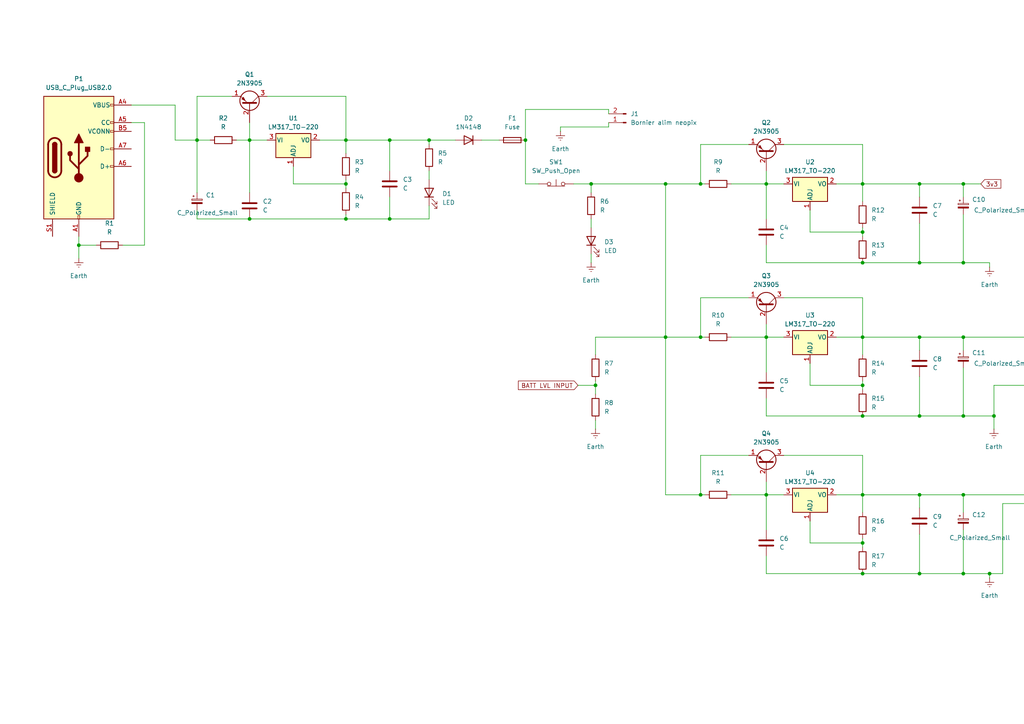
<source format=kicad_sch>
(kicad_sch (version 20231120) (generator "eeschema") (generator_version "8.0")
  (paper "A4")
  (lib_symbols
    (symbol "Connector:Conn_01x02_Pin" (pin_names (offset 1.016) hide)
      (property "Reference" "J" (at 0 2.54 0))
      (property "Value" "Conn_01x02_Pin" (at 0 -5.08 0))
      (symbol "Conn_01x02_Pin_1_1"
        (polyline (pts (xy 1.27 -2.54) (xy 0.8636 -2.54)) (stroke (width 0.1524)))
        (polyline (pts (xy 1.27 0) (xy 0.8636 0)) (stroke (width 0.1524)))
        (rectangle (start 0.8636 -2.413) (end 0 -2.667) (stroke (width 0.1524)) (fill (type outline)))
        (rectangle (start 0.8636 0.127) (end 0 -0.127) (stroke (width 0.1524)) (fill (type outline)))
        (pin passive line (at 5.08 0 180) (length 3.81) (name "Pin_1") (number "1"))
        (pin passive line (at 5.08 -2.54 180) (length 3.81) (name "Pin_2") (number "2"))
      )
    )
    (symbol "Connector:USB_C_Plug_USB2.0" (pin_names (offset 1.016))
      (property "Reference" "P" (at -10.16 19.05 0))
      (property "Value" "USB_C_Plug_USB2.0" (at 12.7 19.05 0))
      (symbol "USB_C_Plug_USB2.0_0_0"
        (rectangle (start -0.254 -17.78) (end 0.254 -16.764))
        (rectangle (start 10.16 -2.286) (end 9.144 -2.794))
        (rectangle (start 10.16 2.794) (end 9.144 2.286))
        (rectangle (start 10.16 7.874) (end 9.144 7.366))
        (rectangle (start 10.16 10.414) (end 9.144 9.906))
        (rectangle (start 10.16 15.494) (end 9.144 14.986))
      )
      (symbol "USB_C_Plug_USB2.0_0_1"
        (rectangle (start -10.16 17.78) (end 10.16 -17.78) (stroke (width 0.254)) (fill (type background)))
        (arc (start -8.89 -3.81) (mid -6.985 -5.7067) (end -5.08 -3.81) (stroke (width 0.508)))
        (arc (start -7.62 -3.81) (mid -6.985 -4.4423) (end -6.35 -3.81) (stroke (width 0.254)))
        (arc (start -7.62 -3.81) (mid -6.985 -4.4423) (end -6.35 -3.81) (stroke (width 0.254)) (fill (type outline)))
        (rectangle (start -7.62 -3.81) (end -6.35 3.81) (stroke (width 0.254)) (fill (type outline)))
        (arc (start -6.35 3.81) (mid -6.985 4.4423) (end -7.62 3.81) (stroke (width 0.254)))
        (arc (start -6.35 3.81) (mid -6.985 4.4423) (end -7.62 3.81) (stroke (width 0.254)) (fill (type outline)))
        (arc (start -5.08 3.81) (mid -6.985 5.7067) (end -8.89 3.81) (stroke (width 0.508)))
        (circle (center -2.54 1.143) (radius 0.635) (stroke (width 0.254)) (fill (type outline)))
        (circle (center 0 -5.842) (radius 1.27) (fill (type outline)))
        (polyline (pts (xy -8.89 -3.81) (xy -8.89 3.81)) (stroke (width 0.508)))
        (polyline (pts (xy -5.08 3.81) (xy -5.08 -3.81)) (stroke (width 0.508)))
        (polyline (pts (xy 0 -5.842) (xy 0 4.318)) (stroke (width 0.508)))
        (polyline (pts (xy 0 -3.302) (xy -2.54 -0.762) (xy -2.54 0.508)) (stroke (width 0.508)))
        (polyline (pts (xy 0 -2.032) (xy 2.54 0.508) (xy 2.54 1.778)) (stroke (width 0.508)))
        (polyline (pts (xy -1.27 4.318) (xy 0 6.858) (xy 1.27 4.318) (xy -1.27 4.318)) (stroke (width 0.254)) (fill (type outline)))
        (rectangle (start 1.905 1.778) (end 3.175 3.048) (stroke (width 0.254)) (fill (type outline)))
      )
      (symbol "USB_C_Plug_USB2.0_1_1"
        (pin passive line (at 0 -22.86 90) (length 5.08) (name "GND") (number "A1"))
        (pin passive line (at 0 -22.86 90) (length 5.08) hide (name "GND") (number "A12"))
        (pin passive line (at 15.24 15.24 180) (length 5.08) (name "VBUS") (number "A4"))
        (pin bidirectional line (at 15.24 10.16 180) (length 5.08) (name "CC") (number "A5"))
        (pin bidirectional line (at 15.24 -2.54 180) (length 5.08) (name "D+") (number "A6"))
        (pin bidirectional line (at 15.24 2.54 180) (length 5.08) (name "D-") (number "A7"))
        (pin passive line (at 15.24 15.24 180) (length 5.08) hide (name "VBUS") (number "A9"))
        (pin passive line (at 0 -22.86 90) (length 5.08) hide (name "GND") (number "B1"))
        (pin passive line (at 0 -22.86 90) (length 5.08) hide (name "GND") (number "B12"))
        (pin passive line (at 15.24 15.24 180) (length 5.08) hide (name "VBUS") (number "B4"))
        (pin bidirectional line (at 15.24 7.62 180) (length 5.08) (name "VCONN") (number "B5"))
        (pin passive line (at 15.24 15.24 180) (length 5.08) hide (name "VBUS") (number "B9"))
        (pin passive line (at -7.62 -22.86 90) (length 5.08) (name "SHIELD") (number "S1"))
      )
    )
    (symbol "Device:C" (pin_numbers hide) (pin_names (offset 0.254))
      (property "Reference" "C" (at 0.635 2.54 0))
      (property "Value" "C" (at 0.635 -2.54 0))
      (symbol "C_0_1"
        (polyline (pts (xy -2.032 -0.762) (xy 2.032 -0.762)) (stroke (width 0.508)))
        (polyline (pts (xy -2.032 0.762) (xy 2.032 0.762)) (stroke (width 0.508)))
      )
      (symbol "C_1_1"
        (pin passive line (at 0 3.81 270) (length 2.794) (name "~") (number "1"))
        (pin passive line (at 0 -3.81 90) (length 2.794) (name "~") (number "2"))
      )
    )
    (symbol "Device:C_Polarized_Small" (pin_numbers hide) (pin_names (offset 0.254) hide)
      (property "Reference" "C" (at 0.254 1.778 0))
      (property "Value" "C_Polarized_Small" (at 0.254 -2.032 0))
      (symbol "C_Polarized_Small_0_1"
        (rectangle (start -1.524 -0.3048) (end 1.524 -0.6858) (fill (type outline)))
        (rectangle (start -1.524 0.6858) (end 1.524 0.3048))
        (polyline (pts (xy -1.27 1.524) (xy -0.762 1.524)))
        (polyline (pts (xy -1.016 1.27) (xy -1.016 1.778)))
      )
      (symbol "C_Polarized_Small_1_1"
        (pin passive line (at 0 2.54 270) (length 1.8542) (name "~") (number "1"))
        (pin passive line (at 0 -2.54 90) (length 1.8542) (name "~") (number "2"))
      )
    )
    (symbol "Device:Fuse" (pin_numbers hide) (pin_names (offset 0))
      (property "Reference" "F" (at 2.032 0 90))
      (property "Value" "Fuse" (at -1.905 0 90))
      (symbol "Fuse_0_1"
        (rectangle (start -0.762 -2.54) (end 0.762 2.54) (stroke (width 0.254)))
        (polyline (pts (xy 0 2.54) (xy 0 -2.54)))
      )
      (symbol "Fuse_1_1"
        (pin passive line (at 0 3.81 270) (length 1.27) (name "~") (number "1"))
        (pin passive line (at 0 -3.81 90) (length 1.27) (name "~") (number "2"))
      )
    )
    (symbol "Device:LED" (pin_numbers hide) (pin_names (offset 1.016) hide)
      (property "Reference" "D" (at 0 2.54 0))
      (property "Value" "LED" (at 0 -2.54 0))
      (symbol "LED_0_1"
        (polyline (pts (xy -1.27 -1.27) (xy -1.27 1.27)) (stroke (width 0.254)))
        (polyline (pts (xy -1.27 0) (xy 1.27 0)))
        (polyline (pts (xy 1.27 -1.27) (xy 1.27 1.27) (xy -1.27 0) (xy 1.27 -1.27)) (stroke (width 0.254)))
        (polyline (pts (xy -3.048 -0.762) (xy -4.572 -2.286) (xy -3.81 -2.286) (xy -4.572 -2.286) (xy -4.572 -1.524)))
        (polyline (pts (xy -1.778 -0.762) (xy -3.302 -2.286) (xy -2.54 -2.286) (xy -3.302 -2.286) (xy -3.302 -1.524)))
      )
      (symbol "LED_1_1"
        (pin passive line (at -3.81 0 0) (length 2.54) (name "K") (number "1"))
        (pin passive line (at 3.81 0 180) (length 2.54) (name "A") (number "2"))
      )
    )
    (symbol "Device:R" (pin_numbers hide) (pin_names (offset 0))
      (property "Reference" "R" (at 2.032 0 90))
      (property "Value" "R" (at 0 0 90))
      (symbol "R_0_1"
        (rectangle (start -1.016 -2.54) (end 1.016 2.54) (stroke (width 0.254)))
      )
      (symbol "R_1_1"
        (pin passive line (at 0 3.81 270) (length 1.27) (name "~") (number "1"))
        (pin passive line (at 0 -3.81 90) (length 1.27) (name "~") (number "2"))
      )
    )
    (symbol "Diode:1N4148" (pin_numbers hide) (pin_names hide)
      (property "Reference" "D" (at 0 2.54 0))
      (property "Value" "1N4148" (at 0 -2.54 0))
      (symbol "1N4148_0_1"
        (polyline (pts (xy -1.27 1.27) (xy -1.27 -1.27)) (stroke (width 0.254)))
        (polyline (pts (xy 1.27 0) (xy -1.27 0)))
        (polyline (pts (xy 1.27 1.27) (xy 1.27 -1.27) (xy -1.27 0) (xy 1.27 1.27)) (stroke (width 0.254)))
      )
      (symbol "1N4148_1_1"
        (pin passive line (at -3.81 0 0) (length 2.54) (name "K") (number "1"))
        (pin passive line (at 3.81 0 180) (length 2.54) (name "A") (number "2"))
      )
    )
    (symbol "Regulator_Linear:LM317_TO-220" (pin_names (offset 0.254))
      (property "Reference" "U" (at -3.81 3.175 0))
      (property "Value" "LM317_TO-220" (at 0 3.175 0))
      (symbol "LM317_TO-220_0_1"
        (rectangle (start -5.08 1.905) (end 5.08 -5.08) (stroke (width 0.254)) (fill (type background)))
      )
      (symbol "LM317_TO-220_1_1"
        (pin input line (at 0 -7.62 90) (length 2.54) (name "ADJ") (number "1"))
        (pin power_out line (at 7.62 0 180) (length 2.54) (name "VO") (number "2"))
        (pin power_in line (at -7.62 0 0) (length 2.54) (name "VI") (number "3"))
      )
    )
    (symbol "Switch:SW_Push_Open" (pin_numbers hide) (pin_names (offset 1.016) hide)
      (property "Reference" "SW" (at 0 2.54 0))
      (property "Value" "SW_Push_Open" (at 0 -1.905 0))
      (symbol "SW_Push_Open_0_1"
        (circle (center -2.032 0) (radius 0.508))
        (polyline (pts (xy -2.54 -0.635) (xy 2.54 -0.635)))
        (polyline (pts (xy 0 -0.635) (xy 0 1.27)))
        (circle (center 2.032 0) (radius 0.508))
        (pin passive line (at -5.08 0 0) (length 2.54) (name "A") (number "1"))
      )
      (symbol "SW_Push_Open_1_1"
        (pin passive line (at 5.08 0 180) (length 2.54) (name "B") (number "2"))
      )
    )
    (symbol "Transistor_BJT:2N3905" (pin_names (offset 0) hide)
      (property "Reference" "Q" (at 5.08 1.905 0))
      (property "Value" "2N3905" (at 5.08 0 0))
      (symbol "2N3905_0_1"
        (polyline (pts (xy 0.635 0.635) (xy 2.54 2.54)))
        (polyline (pts (xy 0.635 -0.635) (xy 2.54 -2.54) (xy 2.54 -2.54)))
        (polyline (pts (xy 0.635 1.905) (xy 0.635 -1.905) (xy 0.635 -1.905)) (stroke (width 0.508)))
        (polyline (pts (xy 2.286 -1.778) (xy 1.778 -2.286) (xy 1.27 -1.27) (xy 2.286 -1.778) (xy 2.286 -1.778)) (fill (type outline)))
        (circle (center 1.27 0) (radius 2.8194) (stroke (width 0.254)))
      )
      (symbol "2N3905_1_1"
        (pin passive line (at 2.54 -5.08 90) (length 2.54) (name "E") (number "1"))
        (pin input line (at -5.08 0 0) (length 5.715) (name "B") (number "2"))
        (pin passive line (at 2.54 5.08 270) (length 2.54) (name "C") (number "3"))
      )
    )
    (symbol "power:Earth" (power) (pin_numbers hide) (pin_names (offset 0) hide)
      (property "Value" "Earth" (at 0 -3.81 0))
      (symbol "Earth_0_1"
        (polyline (pts (xy -0.635 -1.905) (xy 0.635 -1.905)))
        (polyline (pts (xy -0.127 -2.54) (xy 0.127 -2.54)))
        (polyline (pts (xy 0 -1.27) (xy 0 0)))
        (polyline (pts (xy 1.27 -1.27) (xy -1.27 -1.27)))
      )
      (symbol "Earth_1_1"
        (pin power_in line (at 0 0 270) (length 0) (name "~") (number "1"))
      )
    )
  )
  (junction (at 222.25 53.34))
  (junction (at 250.19 120.65))
  (junction (at 250.19 166.37))
  (junction (at 250.19 53.34))
  (junction (at 250.19 97.79))
  (junction (at 250.19 157.48))
  (junction (at 250.19 76.2))
  (junction (at 222.25 143.51))
  (junction (at 266.7 97.79))
  (junction (at 279.4 97.79))
  (junction (at 266.7 53.34))
  (junction (at 172.72 111.76))
  (junction (at 203.2 53.34))
  (junction (at 250.19 67.31))
  (junction (at 124.46 40.64))
  (junction (at 113.03 63.5))
  (junction (at 250.19 143.51))
  (junction (at 113.03 40.64))
  (junction (at 287.02 166.37))
  (junction (at 100.33 40.64))
  (junction (at 57.15 40.64))
  (junction (at 279.4 143.51))
  (junction (at 193.04 97.79))
  (junction (at 193.04 53.34))
  (junction (at 22.86 71.12))
  (junction (at 222.25 97.79))
  (junction (at 152.4 40.64))
  (junction (at 266.7 120.65))
  (junction (at 279.4 53.34))
  (junction (at 203.2 143.51))
  (junction (at 279.4 120.65))
  (junction (at 266.7 143.51))
  (junction (at 266.7 76.2))
  (junction (at 279.4 166.37))
  (junction (at 100.33 53.34))
  (junction (at 288.29 120.65))
  (junction (at 203.2 97.79))
  (junction (at 72.39 63.5))
  (junction (at 171.45 53.34))
  (junction (at 250.19 111.76))
  (junction (at 72.39 40.64))
  (junction (at 266.7 166.37))
  (junction (at 100.33 63.5))
  (junction (at 279.4 76.2))
  (wire (pts (xy 234.95 105.41) (xy 234.95 111.76)))
  (wire (pts (xy 279.4 106.68) (xy 279.4 120.65)))
  (wire (pts (xy 266.7 143.51) (xy 250.19 143.51)))
  (wire (pts (xy 222.25 53.34) (xy 227.33 53.34)))
  (wire (pts (xy 234.95 60.96) (xy 234.95 67.31)))
  (wire (pts (xy 72.39 63.5) (xy 100.33 63.5)))
  (wire (pts (xy 250.19 86.36) (xy 250.19 97.79)))
  (wire (pts (xy 203.2 53.34) (xy 204.47 53.34)))
  (wire (pts (xy 266.7 147.32) (xy 266.7 143.51)))
  (wire (pts (xy 290.83 146.05) (xy 297.18 146.05)))
  (wire (pts (xy 222.25 166.37) (xy 222.25 161.29)))
  (wire (pts (xy 57.15 40.64) (xy 60.96 40.64)))
  (wire (pts (xy 250.19 66.04) (xy 250.19 67.31)))
  (wire (pts (xy 250.19 110.49) (xy 250.19 111.76)))
  (wire (pts (xy 266.7 101.6) (xy 266.7 97.79)))
  (wire (pts (xy 72.39 40.64) (xy 77.47 40.64)))
  (wire (pts (xy 193.04 53.34) (xy 193.04 97.79)))
  (wire (pts (xy 266.7 97.79) (xy 250.19 97.79)))
  (wire (pts (xy 203.2 41.91) (xy 203.2 53.34)))
  (wire (pts (xy 167.64 111.76) (xy 172.72 111.76)))
  (wire (pts (xy 266.7 154.94) (xy 266.7 166.37)))
  (wire (pts (xy 57.15 63.5) (xy 72.39 63.5)))
  (wire (pts (xy 284.48 53.34) (xy 279.4 53.34)))
  (wire (pts (xy 171.45 53.34) (xy 171.45 55.88)))
  (wire (pts (xy 124.46 59.69) (xy 124.46 63.5)))
  (wire (pts (xy 279.4 101.6) (xy 279.4 97.79)))
  (wire (pts (xy 266.7 53.34) (xy 250.19 53.34)))
  (wire (pts (xy 152.4 53.34) (xy 152.4 40.64)))
  (wire (pts (xy 242.57 53.34) (xy 250.19 53.34)))
  (wire (pts (xy 234.95 157.48) (xy 250.19 157.48)))
  (wire (pts (xy 279.4 143.51) (xy 279.4 148.59)))
  (wire (pts (xy 288.29 124.46) (xy 288.29 120.65)))
  (wire (pts (xy 222.25 53.34) (xy 222.25 63.5)))
  (wire (pts (xy 300.99 109.22) (xy 300.99 97.79)))
  (wire (pts (xy 203.2 97.79) (xy 204.47 97.79)))
  (wire (pts (xy 171.45 63.5) (xy 171.45 66.04)))
  (wire (pts (xy 279.4 120.65) (xy 266.7 120.65)))
  (wire (pts (xy 250.19 132.08) (xy 250.19 143.51)))
  (wire (pts (xy 85.09 48.26) (xy 85.09 53.34)))
  (wire (pts (xy 266.7 166.37) (xy 250.19 166.37)))
  (wire (pts (xy 68.58 40.64) (xy 72.39 40.64)))
  (wire (pts (xy 124.46 40.64) (xy 132.08 40.64)))
  (wire (pts (xy 72.39 55.88) (xy 72.39 40.64)))
  (wire (pts (xy 279.4 143.51) (xy 297.18 143.51)))
  (wire (pts (xy 222.25 143.51) (xy 227.33 143.51)))
  (wire (pts (xy 222.25 49.53) (xy 222.25 53.34)))
  (wire (pts (xy 203.2 41.91) (xy 217.17 41.91)))
  (wire (pts (xy 288.29 120.65) (xy 279.4 120.65)))
  (wire (pts (xy 172.72 97.79) (xy 193.04 97.79)))
  (wire (pts (xy 242.57 97.79) (xy 250.19 97.79)))
  (wire (pts (xy 203.2 143.51) (xy 204.47 143.51)))
  (wire (pts (xy 100.33 52.07) (xy 100.33 53.34)))
  (wire (pts (xy 193.04 97.79) (xy 203.2 97.79)))
  (wire (pts (xy 100.33 53.34) (xy 100.33 54.61)))
  (wire (pts (xy 156.21 53.34) (xy 152.4 53.34)))
  (wire (pts (xy 113.03 49.53) (xy 113.03 40.64)))
  (wire (pts (xy 38.1 30.48) (xy 50.8 30.48)))
  (wire (pts (xy 227.33 41.91) (xy 250.19 41.91)))
  (wire (pts (xy 176.53 36.83) (xy 176.53 35.56)))
  (wire (pts (xy 250.19 111.76) (xy 250.19 113.03)))
  (wire (pts (xy 113.03 57.15) (xy 113.03 63.5)))
  (wire (pts (xy 50.8 40.64) (xy 57.15 40.64)))
  (wire (pts (xy 41.91 71.12) (xy 35.56 71.12)))
  (wire (pts (xy 162.56 36.83) (xy 176.53 36.83)))
  (wire (pts (xy 266.7 143.51) (xy 279.4 143.51)))
  (wire (pts (xy 100.33 27.94) (xy 100.33 40.64)))
  (wire (pts (xy 172.72 121.92) (xy 172.72 124.46)))
  (wire (pts (xy 41.91 35.56) (xy 41.91 71.12)))
  (wire (pts (xy 171.45 53.34) (xy 193.04 53.34)))
  (wire (pts (xy 172.72 102.87) (xy 172.72 97.79)))
  (wire (pts (xy 266.7 120.65) (xy 250.19 120.65)))
  (wire (pts (xy 290.83 166.37) (xy 287.02 166.37)))
  (wire (pts (xy 242.57 143.51) (xy 250.19 143.51)))
  (wire (pts (xy 22.86 71.12) (xy 27.94 71.12)))
  (wire (pts (xy 222.25 139.7) (xy 222.25 143.51)))
  (wire (pts (xy 222.25 97.79) (xy 222.25 107.95)))
  (wire (pts (xy 77.47 27.94) (xy 100.33 27.94)))
  (wire (pts (xy 124.46 41.91) (xy 124.46 40.64)))
  (wire (pts (xy 234.95 111.76) (xy 250.19 111.76)))
  (wire (pts (xy 287.02 76.2) (xy 279.4 76.2)))
  (wire (pts (xy 162.56 36.83) (xy 162.56 38.1)))
  (wire (pts (xy 279.4 76.2) (xy 266.7 76.2)))
  (wire (pts (xy 100.33 62.23) (xy 100.33 63.5)))
  (wire (pts (xy 250.19 76.2) (xy 222.25 76.2)))
  (wire (pts (xy 250.19 143.51) (xy 250.19 148.59)))
  (wire (pts (xy 171.45 73.66) (xy 171.45 76.2)))
  (wire (pts (xy 250.19 53.34) (xy 250.19 58.42)))
  (wire (pts (xy 250.19 156.21) (xy 250.19 157.48)))
  (wire (pts (xy 38.1 35.56) (xy 41.91 35.56)))
  (wire (pts (xy 266.7 109.22) (xy 266.7 120.65)))
  (wire (pts (xy 72.39 35.56) (xy 72.39 40.64)))
  (wire (pts (xy 288.29 111.76) (xy 288.29 120.65)))
  (wire (pts (xy 287.02 167.64) (xy 287.02 166.37)))
  (wire (pts (xy 227.33 86.36) (xy 250.19 86.36)))
  (wire (pts (xy 85.09 53.34) (xy 100.33 53.34)))
  (wire (pts (xy 22.86 68.58) (xy 22.86 71.12)))
  (wire (pts (xy 57.15 40.64) (xy 57.15 55.88)))
  (wire (pts (xy 222.25 76.2) (xy 222.25 71.12)))
  (wire (pts (xy 300.99 111.76) (xy 288.29 111.76)))
  (wire (pts (xy 250.19 67.31) (xy 250.19 68.58)))
  (wire (pts (xy 279.4 53.34) (xy 279.4 57.15)))
  (wire (pts (xy 287.02 77.47) (xy 287.02 76.2)))
  (wire (pts (xy 222.25 97.79) (xy 212.09 97.79)))
  (wire (pts (xy 250.19 120.65) (xy 222.25 120.65)))
  (wire (pts (xy 203.2 132.08) (xy 203.2 143.51)))
  (wire (pts (xy 222.25 143.51) (xy 222.25 153.67)))
  (wire (pts (xy 222.25 97.79) (xy 227.33 97.79)))
  (wire (pts (xy 22.86 71.12) (xy 22.86 74.93)))
  (wire (pts (xy 152.4 40.64) (xy 152.4 31.75)))
  (wire (pts (xy 152.4 31.75) (xy 176.53 31.75)))
  (wire (pts (xy 50.8 30.48) (xy 50.8 40.64)))
  (wire (pts (xy 287.02 166.37) (xy 279.4 166.37)))
  (wire (pts (xy 234.95 151.13) (xy 234.95 157.48)))
  (wire (pts (xy 250.19 157.48) (xy 250.19 158.75)))
  (wire (pts (xy 57.15 27.94) (xy 57.15 40.64)))
  (wire (pts (xy 124.46 63.5) (xy 113.03 63.5)))
  (wire (pts (xy 67.31 27.94) (xy 57.15 27.94)))
  (wire (pts (xy 234.95 67.31) (xy 250.19 67.31)))
  (wire (pts (xy 222.25 53.34) (xy 212.09 53.34)))
  (wire (pts (xy 279.4 53.34) (xy 266.7 53.34)))
  (wire (pts (xy 300.99 97.79) (xy 279.4 97.79)))
  (wire (pts (xy 203.2 86.36) (xy 203.2 97.79)))
  (wire (pts (xy 100.33 40.64) (xy 113.03 40.64)))
  (wire (pts (xy 250.19 41.91) (xy 250.19 53.34)))
  (wire (pts (xy 100.33 63.5) (xy 113.03 63.5)))
  (wire (pts (xy 124.46 40.64) (xy 113.03 40.64)))
  (wire (pts (xy 227.33 132.08) (xy 250.19 132.08)))
  (wire (pts (xy 139.7 40.64) (xy 144.78 40.64)))
  (wire (pts (xy 193.04 97.79) (xy 193.04 143.51)))
  (wire (pts (xy 250.19 166.37) (xy 222.25 166.37)))
  (wire (pts (xy 222.25 93.98) (xy 222.25 97.79)))
  (wire (pts (xy 250.19 97.79) (xy 250.19 102.87)))
  (wire (pts (xy 279.4 153.67) (xy 279.4 166.37)))
  (wire (pts (xy 193.04 143.51) (xy 203.2 143.51)))
  (wire (pts (xy 193.04 53.34) (xy 203.2 53.34)))
  (wire (pts (xy 222.25 143.51) (xy 212.09 143.51)))
  (wire (pts (xy 266.7 76.2) (xy 250.19 76.2)))
  (wire (pts (xy 203.2 132.08) (xy 217.17 132.08)))
  (wire (pts (xy 124.46 49.53) (xy 124.46 52.07)))
  (wire (pts (xy 166.37 53.34) (xy 171.45 53.34)))
  (wire (pts (xy 279.4 166.37) (xy 266.7 166.37)))
  (wire (pts (xy 92.71 40.64) (xy 100.33 40.64)))
  (wire (pts (xy 172.72 111.76) (xy 172.72 114.3)))
  (wire (pts (xy 222.25 120.65) (xy 222.25 115.57)))
  (wire (pts (xy 279.4 62.23) (xy 279.4 76.2)))
  (wire (pts (xy 176.53 31.75) (xy 176.53 33.02)))
  (wire (pts (xy 100.33 40.64) (xy 100.33 44.45)))
  (wire (pts (xy 203.2 86.36) (xy 217.17 86.36)))
  (wire (pts (xy 290.83 146.05) (xy 290.83 166.37)))
  (wire (pts (xy 172.72 110.49) (xy 172.72 111.76)))
  (wire (pts (xy 266.7 64.77) (xy 266.7 76.2)))
  (wire (pts (xy 57.15 60.96) (xy 57.15 63.5)))
  (wire (pts (xy 279.4 97.79) (xy 266.7 97.79)))
  (wire (pts (xy 266.7 57.15) (xy 266.7 53.34)))
  (global_label "BATT LVL INPUT" (shape input) (at 167.64 111.76 180) (property "Intersheetrefs" "${INTERSHEET_REFS}" (effects (hide yes))))
  (global_label "3v3" (shape input) (at 284.48 53.34 0) (property "Intersheetrefs" "${INTERSHEET_REFS}" (effects (hide yes))))
  (symbol (lib_id "Device:C") (at 72.39 59.69 0) (unit 1)
    (property "Reference" "C2" (at 76.2 58.4199 0) (effects (justify left)))
    (property "Value" "C" (at 76.2 60.9599 0) (effects (justify left)))
    (property "Footprint" "Capacitor_THT:CP_Radial_D8.0mm_P3.80mm" (effects (hide yes)))
    (property "Description" "Unpolarized capacitor" (effects (hide yes)))
  )
  (symbol (lib_id "Device:R") (at 250.19 62.23 180) (unit 1)
    (property "Reference" "R12" (at 252.73 60.9599 0) (effects (justify right)))
    (property "Value" "R" (at 252.73 63.4999 0) (effects (justify right)))
    (property "Footprint" "Resistor_THT:R_Axial_DIN0204_L3.6mm_D1.6mm_P7.62mm_Horizontal" (effects (hide yes)))
    (property "Description" "Resistor" (effects (hide yes)))
  )
  (symbol (lib_id "Transistor_BJT:2N3905") (at 222.25 44.45 270) (mirror x) (unit 1)
    (property "Reference" "Q2" (at 222.25 35.56 90))
    (property "Value" "2N3905" (at 222.25 38.1 90))
    (property "Footprint" "Package_TO_SOT_THT:TO-3P-3_Vertical" (effects (hide yes)))
    (property "Datasheet" "https://www.nteinc.com/specs/original/2N3905_06.pdf" (effects (hide yes)))
    (property "Description" "-0.2A Ic, -40V Vce, Small Signal PNP Transistor, TO-92" (effects (hide yes)))
  )
  (symbol (lib_id "power:Earth") (at 287.02 77.47 0) (unit 1)
    (property "Reference" "#PWR05" (effects (hide yes)))
    (property "Value" "Earth" (at 287.02 82.55 0))
    (property "Description" "Power symbol creates a global label with name \"Earth\"" (effects (hide yes)))
  )
  (symbol (lib_id "Device:C") (at 113.03 53.34 0) (unit 1)
    (property "Reference" "C3" (at 116.84 52.0699 0) (effects (justify left)))
    (property "Value" "C" (at 116.84 54.6099 0) (effects (justify left)))
    (property "Footprint" "Capacitor_THT:CP_Radial_D8.0mm_P3.80mm" (effects (hide yes)))
    (property "Description" "Unpolarized capacitor" (effects (hide yes)))
  )
  (symbol (lib_id "Device:R") (at 208.28 143.51 270) (unit 1)
    (property "Reference" "R11" (at 208.28 137.16 90))
    (property "Value" "R" (at 208.28 139.7 90))
    (property "Footprint" "Resistor_THT:R_Axial_DIN0204_L3.6mm_D1.6mm_P7.62mm_Horizontal" (effects (hide yes)))
    (property "Description" "Resistor" (effects (hide yes)))
  )
  (symbol (lib_id "Device:R") (at 250.19 106.68 180) (unit 1)
    (property "Reference" "R14" (at 252.73 105.4099 0) (effects (justify right)))
    (property "Value" "R" (at 252.73 107.9499 0) (effects (justify right)))
    (property "Footprint" "Resistor_THT:R_Axial_DIN0204_L3.6mm_D1.6mm_P7.62mm_Horizontal" (effects (hide yes)))
    (property "Description" "Resistor" (effects (hide yes)))
  )
  (symbol (lib_id "Connector:Conn_01x02_Pin") (at 306.07 111.76 180) (unit 1)
    (property "Reference" "J3" (at 307.34 109.2199 0) (effects (justify right)))
    (property "Value" "Bornier alim neopix" (at 307.34 111.7599 0) (effects (justify right)))
    (property "Footprint" "Connector:JWT_A3963_1x02_P3.96mm_Vertical" (effects (hide yes)))
    (property "Description" "Generic connector, single row, 01x02, script generated" (effects (hide yes)))
  )
  (symbol (lib_id "Device:C") (at 266.7 105.41 0) (unit 1)
    (property "Reference" "C8" (at 270.51 104.1399 0) (effects (justify left)))
    (property "Value" "C" (at 270.51 106.6799 0) (effects (justify left)))
    (property "Footprint" "Capacitor_THT:CP_Radial_D8.0mm_P3.80mm" (effects (hide yes)))
    (property "Description" "Unpolarized capacitor" (effects (hide yes)))
  )
  (symbol (lib_id "Regulator_Linear:LM317_TO-220") (at 234.95 53.34 0) (unit 1)
    (property "Reference" "U2" (at 234.95 46.99 0))
    (property "Value" "LM317_TO-220" (at 234.95 49.53 0))
    (property "Footprint" "Package_TO_SOT_THT:TO-3P-3_Vertical" (effects (hide yes)))
    (property "Datasheet" "http://www.ti.com/lit/ds/symlink/lm317.pdf" (effects (hide yes)))
    (property "Description" "1.5A 35V Adjustable Linear Regulator, TO-220" (effects (hide yes)))
  )
  (symbol (lib_id "Device:R") (at 250.19 116.84 180) (unit 1)
    (property "Reference" "R15" (at 252.73 115.5699 0) (effects (justify right)))
    (property "Value" "R" (at 252.73 118.1099 0) (effects (justify right)))
    (property "Footprint" "Resistor_THT:R_Axial_DIN0204_L3.6mm_D1.6mm_P7.62mm_Horizontal" (effects (hide yes)))
    (property "Description" "Resistor" (effects (hide yes)))
  )
  (symbol (lib_id "Device:R") (at 31.75 71.12 90) (unit 1)
    (property "Reference" "R1" (at 31.75 64.77 90))
    (property "Value" "R" (at 31.75 67.31 90))
    (property "Footprint" "Resistor_THT:R_Axial_DIN0204_L3.6mm_D1.6mm_P7.62mm_Horizontal" (effects (hide yes)))
    (property "Description" "Resistor" (effects (hide yes)))
  )
  (symbol (lib_id "Connector:Conn_01x02_Pin") (at 302.26 146.05 180) (unit 1)
    (property "Reference" "J2" (at 303.53 143.5099 0) (effects (justify right)))
    (property "Value" "Bornier Alim Ampli" (at 303.53 146.0499 0) (effects (justify right)))
    (property "Footprint" "Connector:JWT_A3963_1x02_P3.96mm_Vertical" (effects (hide yes)))
    (property "Description" "Generic connector, single row, 01x02, script generated" (effects (hide yes)))
  )
  (symbol (lib_id "power:Earth") (at 22.86 74.93 0) (unit 1)
    (property "Reference" "#PWR01" (effects (hide yes)))
    (property "Value" "Earth" (at 22.86 80.01 0))
    (property "Description" "Power symbol creates a global label with name \"Earth\"" (effects (hide yes)))
  )
  (symbol (lib_id "Device:R") (at 124.46 45.72 180) (unit 1)
    (property "Reference" "R5" (at 127 44.4499 0) (effects (justify right)))
    (property "Value" "R" (at 127 46.9899 0) (effects (justify right)))
    (property "Footprint" "Resistor_THT:R_Axial_DIN0204_L3.6mm_D1.6mm_P7.62mm_Horizontal" (effects (hide yes)))
    (property "Description" "Resistor" (effects (hide yes)))
  )
  (symbol (lib_id "Device:R") (at 250.19 152.4 180) (unit 1)
    (property "Reference" "R16" (at 252.73 151.1299 0) (effects (justify right)))
    (property "Value" "R" (at 252.73 153.6699 0) (effects (justify right)))
    (property "Footprint" "Resistor_THT:R_Axial_DIN0204_L3.6mm_D1.6mm_P7.62mm_Horizontal" (effects (hide yes)))
    (property "Description" "Resistor" (effects (hide yes)))
  )
  (symbol (lib_id "Device:R") (at 250.19 162.56 180) (unit 1)
    (property "Reference" "R17" (at 252.73 161.2899 0) (effects (justify right)))
    (property "Value" "R" (at 252.73 163.8299 0) (effects (justify right)))
    (property "Footprint" "Resistor_THT:R_Axial_DIN0204_L3.6mm_D1.6mm_P7.62mm_Horizontal" (effects (hide yes)))
    (property "Description" "Resistor" (effects (hide yes)))
  )
  (symbol (lib_id "Device:R") (at 100.33 58.42 180) (unit 1)
    (property "Reference" "R4" (at 102.87 57.1499 0) (effects (justify right)))
    (property "Value" "R" (at 102.87 59.6899 0) (effects (justify right)))
    (property "Footprint" "Resistor_THT:R_Axial_DIN0204_L3.6mm_D1.6mm_P7.62mm_Horizontal" (effects (hide yes)))
    (property "Description" "Resistor" (effects (hide yes)))
  )
  (symbol (lib_id "Device:R") (at 172.72 106.68 0) (unit 1)
    (property "Reference" "R7" (at 175.26 105.4099 0) (effects (justify left)))
    (property "Value" "R" (at 175.26 107.9499 0) (effects (justify left)))
    (property "Footprint" "Resistor_THT:R_Axial_DIN0204_L3.6mm_D1.6mm_P7.62mm_Horizontal" (effects (hide yes)))
    (property "Description" "Resistor" (effects (hide yes)))
  )
  (symbol (lib_id "Device:R") (at 208.28 97.79 270) (unit 1)
    (property "Reference" "R10" (at 208.28 91.44 90))
    (property "Value" "R" (at 208.28 93.98 90))
    (property "Footprint" "Resistor_THT:R_Axial_DIN0204_L3.6mm_D1.6mm_P7.62mm_Horizontal" (effects (hide yes)))
    (property "Description" "Resistor" (effects (hide yes)))
  )
  (symbol (lib_id "power:Earth") (at 288.29 124.46 0) (unit 1)
    (property "Reference" "#PWR07" (effects (hide yes)))
    (property "Value" "Earth" (at 288.29 129.54 0))
    (property "Description" "Power symbol creates a global label with name \"Earth\"" (effects (hide yes)))
  )
  (symbol (lib_id "Device:R") (at 100.33 48.26 180) (unit 1)
    (property "Reference" "R3" (at 102.87 46.9899 0) (effects (justify right)))
    (property "Value" "R" (at 102.87 49.5299 0) (effects (justify right)))
    (property "Footprint" "Resistor_THT:R_Axial_DIN0204_L3.6mm_D1.6mm_P7.62mm_Horizontal" (effects (hide yes)))
    (property "Description" "Resistor" (effects (hide yes)))
  )
  (symbol (lib_id "Regulator_Linear:LM317_TO-220") (at 234.95 97.79 0) (unit 1)
    (property "Reference" "U3" (at 234.95 91.44 0))
    (property "Value" "LM317_TO-220" (at 234.95 93.98 0))
    (property "Footprint" "Package_TO_SOT_THT:TO-3P-3_Vertical" (effects (hide yes)))
    (property "Datasheet" "http://www.ti.com/lit/ds/symlink/lm317.pdf" (effects (hide yes)))
    (property "Description" "1.5A 35V Adjustable Linear Regulator, TO-220" (effects (hide yes)))
  )
  (symbol (lib_id "Device:Fuse") (at 148.59 40.64 90) (unit 1)
    (property "Reference" "F1" (at 148.59 34.29 90))
    (property "Value" "Fuse" (at 148.59 36.83 90))
    (property "Description" "Fuse" (effects (hide yes)))
  )
  (symbol (lib_id "Device:C") (at 266.7 60.96 0) (unit 1)
    (property "Reference" "C7" (at 270.51 59.6899 0) (effects (justify left)))
    (property "Value" "C" (at 270.51 62.2299 0) (effects (justify left)))
    (property "Footprint" "Capacitor_THT:CP_Radial_D8.0mm_P3.80mm" (effects (hide yes)))
    (property "Description" "Unpolarized capacitor" (effects (hide yes)))
  )
  (symbol (lib_id "power:Earth") (at 162.56 38.1 0) (unit 1)
    (property "Reference" "#PWR02" (effects (hide yes)))
    (property "Value" "Earth" (at 162.56 43.18 0))
    (property "Description" "Power symbol creates a global label with name \"Earth\"" (effects (hide yes)))
  )
  (symbol (lib_id "Device:R") (at 171.45 59.69 180) (unit 1)
    (property "Reference" "R6" (at 173.99 58.4199 0) (effects (justify right)))
    (property "Value" "R" (at 173.99 60.9599 0) (effects (justify right)))
    (property "Footprint" "Resistor_THT:R_Axial_DIN0204_L3.6mm_D1.6mm_P7.62mm_Horizontal" (effects (hide yes)))
    (property "Description" "Resistor" (effects (hide yes)))
  )
  (symbol (lib_id "Connector:Conn_01x02_Pin") (at 181.61 35.56 180) (unit 1)
    (property "Reference" "J1" (at 182.88 33.0199 0) (effects (justify right)))
    (property "Value" "Bornier alim neopix" (at 182.88 35.5599 0) (effects (justify right)))
    (property "Footprint" "Connector:JWT_A3963_1x02_P3.96mm_Vertical" (effects (hide yes)))
    (property "Description" "Generic connector, single row, 01x02, script generated" (effects (hide yes)))
  )
  (symbol (lib_id "Transistor_BJT:2N3905") (at 222.25 88.9 270) (mirror x) (unit 1)
    (property "Reference" "Q3" (at 222.25 80.01 90))
    (property "Value" "2N3905" (at 222.25 82.55 90))
    (property "Footprint" "Package_TO_SOT_THT:TO-3P-3_Vertical" (effects (hide yes)))
    (property "Datasheet" "https://www.nteinc.com/specs/original/2N3905_06.pdf" (effects (hide yes)))
    (property "Description" "-0.2A Ic, -40V Vce, Small Signal PNP Transistor, TO-92" (effects (hide yes)))
  )
  (symbol (lib_id "Device:C") (at 222.25 157.48 0) (unit 1)
    (property "Reference" "C6" (at 226.06 156.2099 0) (effects (justify left)))
    (property "Value" "C" (at 226.06 158.7499 0) (effects (justify left)))
    (property "Footprint" "Capacitor_THT:CP_Radial_D8.0mm_P3.80mm" (effects (hide yes)))
    (property "Description" "Unpolarized capacitor" (effects (hide yes)))
  )
  (symbol (lib_id "Device:C_Polarized_Small") (at 279.4 59.69 0) (unit 1)
    (property "Reference" "C10" (at 281.94 57.8738 0) (effects (justify left)))
    (property "Value" "C_Polarized_Small" (at 282.448 60.96 0) (effects (justify left)))
    (property "Footprint" "Capacitor_SMD:CP_Elec_5x5.4" (effects (hide yes)))
    (property "Description" "Polarized capacitor, small symbol" (effects (hide yes)))
  )
  (symbol (lib_id "Regulator_Linear:LM317_TO-220") (at 234.95 143.51 0) (unit 1)
    (property "Reference" "U4" (at 234.95 137.16 0))
    (property "Value" "LM317_TO-220" (at 234.95 139.7 0))
    (property "Footprint" "Package_TO_SOT_THT:TO-3P-3_Vertical" (effects (hide yes)))
    (property "Datasheet" "http://www.ti.com/lit/ds/symlink/lm317.pdf" (effects (hide yes)))
    (property "Description" "1.5A 35V Adjustable Linear Regulator, TO-220" (effects (hide yes)))
  )
  (symbol (lib_id "Device:R") (at 172.72 118.11 0) (unit 1)
    (property "Reference" "R8" (at 175.26 116.8399 0) (effects (justify left)))
    (property "Value" "R" (at 175.26 119.3799 0) (effects (justify left)))
    (property "Footprint" "Resistor_THT:R_Axial_DIN0204_L3.6mm_D1.6mm_P7.62mm_Horizontal" (effects (hide yes)))
    (property "Description" "Resistor" (effects (hide yes)))
  )
  (symbol (lib_id "Device:C_Polarized_Small") (at 279.4 104.14 0) (unit 1)
    (property "Reference" "C11" (at 281.94 102.3238 0) (effects (justify left)))
    (property "Value" "C_Polarized_Small" (at 282.448 105.41 0) (effects (justify left)))
    (property "Footprint" "Capacitor_SMD:CP_Elec_5x5.4" (effects (hide yes)))
    (property "Description" "Polarized capacitor, small symbol" (effects (hide yes)))
  )
  (symbol (lib_id "Device:LED") (at 124.46 55.88 90) (unit 1)
    (property "Reference" "D1" (at 128.27 56.1974 90) (effects (justify right)))
    (property "Value" "LED" (at 128.27 58.7374 90) (effects (justify right)))
    (property "Footprint" "LED_THT:LED_D3.0mm" (effects (hide yes)))
    (property "Description" "Light emitting diode" (effects (hide yes)))
  )
  (symbol (lib_id "Device:C") (at 222.25 111.76 0) (unit 1)
    (property "Reference" "C5" (at 226.06 110.4899 0) (effects (justify left)))
    (property "Value" "C" (at 226.06 113.0299 0) (effects (justify left)))
    (property "Footprint" "Capacitor_THT:CP_Radial_D8.0mm_P3.80mm" (effects (hide yes)))
    (property "Description" "Unpolarized capacitor" (effects (hide yes)))
  )
  (symbol (lib_id "Switch:SW_Push_Open") (at 161.29 53.34 0) (unit 1)
    (property "Reference" "SW1" (at 161.29 46.99 0))
    (property "Value" "SW_Push_Open" (at 161.29 49.53 0))
    (property "Footprint" "Connector_USB:USB_C_Plug_JAE_DX07P024AJ1" (effects (hide yes)))
    (property "Description" "Push button switch, push-to-open, generic, two pins" (effects (hide yes)))
  )
  (symbol (lib_id "Diode:1N4148") (at 135.89 40.64 180) (unit 1)
    (property "Reference" "D2" (at 135.89 34.29 0))
    (property "Value" "1N4148" (at 135.89 36.83 0))
    (property "Footprint" "Diode_THT:D_DO-35_SOD27_P7.62mm_Horizontal" (effects (hide yes)))
    (property "Datasheet" "https://assets.nexperia.com/documents/data-sheet/1N4148_1N4448.pdf" (effects (hide yes)))
    (property "Description" "100V 0.15A standard switching diode, DO-35" (effects (hide yes)))
    (property "Sim.Device" "D" (effects (hide yes)))
    (property "Sim.Pins" "1=K 2=A" (effects (hide yes)))
  )
  (symbol (lib_id "power:Earth") (at 172.72 124.46 0) (unit 1)
    (property "Reference" "#PWR04" (effects (hide yes)))
    (property "Value" "Earth" (at 172.72 129.54 0))
    (property "Description" "Power symbol creates a global label with name \"Earth\"" (effects (hide yes)))
  )
  (symbol (lib_id "Device:R") (at 250.19 72.39 180) (unit 1)
    (property "Reference" "R13" (at 252.73 71.1199 0) (effects (justify right)))
    (property "Value" "R" (at 252.73 73.6599 0) (effects (justify right)))
    (property "Footprint" "Resistor_THT:R_Axial_DIN0204_L3.6mm_D1.6mm_P7.62mm_Horizontal" (effects (hide yes)))
    (property "Description" "Resistor" (effects (hide yes)))
  )
  (symbol (lib_id "Device:C") (at 222.25 67.31 0) (unit 1)
    (property "Reference" "C4" (at 226.06 66.0399 0) (effects (justify left)))
    (property "Value" "C" (at 226.06 68.5799 0) (effects (justify left)))
    (property "Footprint" "Capacitor_THT:CP_Radial_D8.0mm_P3.80mm" (effects (hide yes)))
    (property "Description" "Unpolarized capacitor" (effects (hide yes)))
  )
  (symbol (lib_id "power:Earth") (at 287.02 167.64 0) (unit 1)
    (property "Reference" "#PWR06" (effects (hide yes)))
    (property "Value" "Earth" (at 287.02 172.72 0))
    (property "Description" "Power symbol creates a global label with name \"Earth\"" (effects (hide yes)))
  )
  (symbol (lib_id "Transistor_BJT:2N3905") (at 72.39 30.48 270) (mirror x) (unit 1)
    (property "Reference" "Q1" (at 72.39 21.59 90))
    (property "Value" "2N3905" (at 72.39 24.13 90))
    (property "Footprint" "Package_TO_SOT_THT:TO-3P-3_Vertical" (effects (hide yes)))
    (property "Datasheet" "https://www.nteinc.com/specs/original/2N3905_06.pdf" (effects (hide yes)))
    (property "Description" "-0.2A Ic, -40V Vce, Small Signal PNP Transistor, TO-92" (effects (hide yes)))
  )
  (symbol (lib_id "Device:R") (at 208.28 53.34 270) (unit 1)
    (property "Reference" "R9" (at 208.28 46.99 90))
    (property "Value" "R" (at 208.28 49.53 90))
    (property "Footprint" "Resistor_THT:R_Axial_DIN0204_L3.6mm_D1.6mm_P7.62mm_Horizontal" (effects (hide yes)))
    (property "Description" "Resistor" (effects (hide yes)))
  )
  (symbol (lib_id "Device:C_Polarized_Small") (at 279.4 151.13 0) (unit 1)
    (property "Reference" "C12" (at 281.94 149.3138 0) (effects (justify left)))
    (property "Value" "C_Polarized_Small" (at 275.336 155.956 0) (effects (justify left)))
    (property "Footprint" "Capacitor_SMD:CP_Elec_5x5.4" (effects (hide yes)))
    (property "Description" "Polarized capacitor, small symbol" (effects (hide yes)))
  )
  (symbol (lib_id "Device:C_Polarized_Small") (at 57.15 58.42 0) (unit 1)
    (property "Reference" "C1" (at 59.69 56.6038 0) (effects (justify left)))
    (property "Value" "C_Polarized_Small" (at 51.308 61.722 0) (effects (justify left)))
    (property "Footprint" "Capacitor_SMD:CP_Elec_5x5.4" (effects (hide yes)))
    (property "Description" "Polarized capacitor, small symbol" (effects (hide yes)))
  )
  (symbol (lib_id "Device:LED") (at 171.45 69.85 90) (unit 1)
    (property "Reference" "D3" (at 175.26 70.1674 90) (effects (justify right)))
    (property "Value" "LED" (at 175.26 72.7074 90) (effects (justify right)))
    (property "Footprint" "LED_THT:LED_D3.0mm" (effects (hide yes)))
    (property "Description" "Light emitting diode" (effects (hide yes)))
  )
  (symbol (lib_id "Transistor_BJT:2N3905") (at 222.25 134.62 270) (mirror x) (unit 1)
    (property "Reference" "Q4" (at 222.25 125.73 90))
    (property "Value" "2N3905" (at 222.25 128.27 90))
    (property "Footprint" "Package_TO_SOT_THT:TO-3P-3_Vertical" (effects (hide yes)))
    (property "Datasheet" "https://www.nteinc.com/specs/original/2N3905_06.pdf" (effects (hide yes)))
    (property "Description" "-0.2A Ic, -40V Vce, Small Signal PNP Transistor, TO-92" (effects (hide yes)))
  )
  (symbol (lib_id "power:Earth") (at 171.45 76.2 0) (unit 1)
    (property "Reference" "#PWR03" (effects (hide yes)))
    (property "Value" "Earth" (at 171.45 81.28 0))
    (property "Description" "Power symbol creates a global label with name \"Earth\"" (effects (hide yes)))
  )
  (symbol (lib_id "Connector:USB_C_Plug_USB2.0") (at 22.86 45.72 0) (unit 1)
    (property "Reference" "P1" (at 22.86 22.86 0))
    (property "Value" "USB_C_Plug_USB2.0" (at 22.86 25.4 0))
    (property "Datasheet" "https://www.usb.org/sites/default/files/documents/usb_type-c.zip" (effects (hide yes)))
    (property "Description" "USB 2.0-only Type-C Plug connector" (effects (hide yes)))
  )
  (symbol (lib_id "Device:R") (at 64.77 40.64 90) (unit 1)
    (property "Reference" "R2" (at 64.77 34.29 90))
    (property "Value" "R" (at 64.77 36.83 90))
    (property "Footprint" "Resistor_THT:R_Axial_DIN0204_L3.6mm_D1.6mm_P7.62mm_Horizontal" (effects (hide yes)))
    (property "Description" "Resistor" (effects (hide yes)))
  )
  (symbol (lib_id "Regulator_Linear:LM317_TO-220") (at 85.09 40.64 0) (unit 1)
    (property "Reference" "U1" (at 85.09 34.29 0))
    (property "Value" "LM317_TO-220" (at 85.09 36.83 0))
    (property "Footprint" "Package_TO_SOT_THT:TO-3P-3_Vertical" (effects (hide yes)))
    (property "Datasheet" "http://www.ti.com/lit/ds/symlink/lm317.pdf" (effects (hide yes)))
    (property "Description" "1.5A 35V Adjustable Linear Regulator, TO-220" (effects (hide yes)))
  )
  (symbol (lib_id "Device:C") (at 266.7 151.13 0) (unit 1)
    (property "Reference" "C9" (at 270.51 149.8599 0) (effects (justify left)))
    (property "Value" "C" (at 270.51 152.3999 0) (effects (justify left)))
    (property "Footprint" "Capacitor_THT:CP_Radial_D8.0mm_P3.80mm" (effects (hide yes)))
    (property "Description" "Unpolarized capacitor" (effects (hide yes)))
  )
)
</source>
